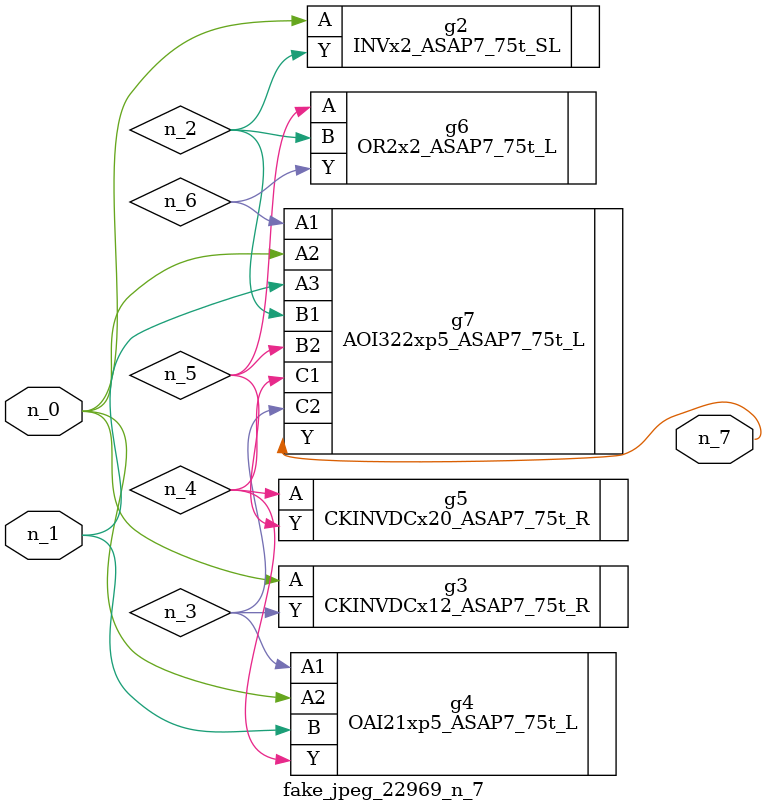
<source format=v>
module fake_jpeg_22969_n_7 (n_0, n_1, n_7);

input n_0;
input n_1;

output n_7;

wire n_3;
wire n_2;
wire n_4;
wire n_6;
wire n_5;

INVx2_ASAP7_75t_SL g2 ( 
.A(n_0),
.Y(n_2)
);

CKINVDCx12_ASAP7_75t_R g3 ( 
.A(n_0),
.Y(n_3)
);

OAI21xp5_ASAP7_75t_L g4 ( 
.A1(n_3),
.A2(n_0),
.B(n_1),
.Y(n_4)
);

CKINVDCx20_ASAP7_75t_R g5 ( 
.A(n_4),
.Y(n_5)
);

OR2x2_ASAP7_75t_L g6 ( 
.A(n_5),
.B(n_2),
.Y(n_6)
);

AOI322xp5_ASAP7_75t_L g7 ( 
.A1(n_6),
.A2(n_0),
.A3(n_1),
.B1(n_2),
.B2(n_5),
.C1(n_4),
.C2(n_3),
.Y(n_7)
);


endmodule
</source>
